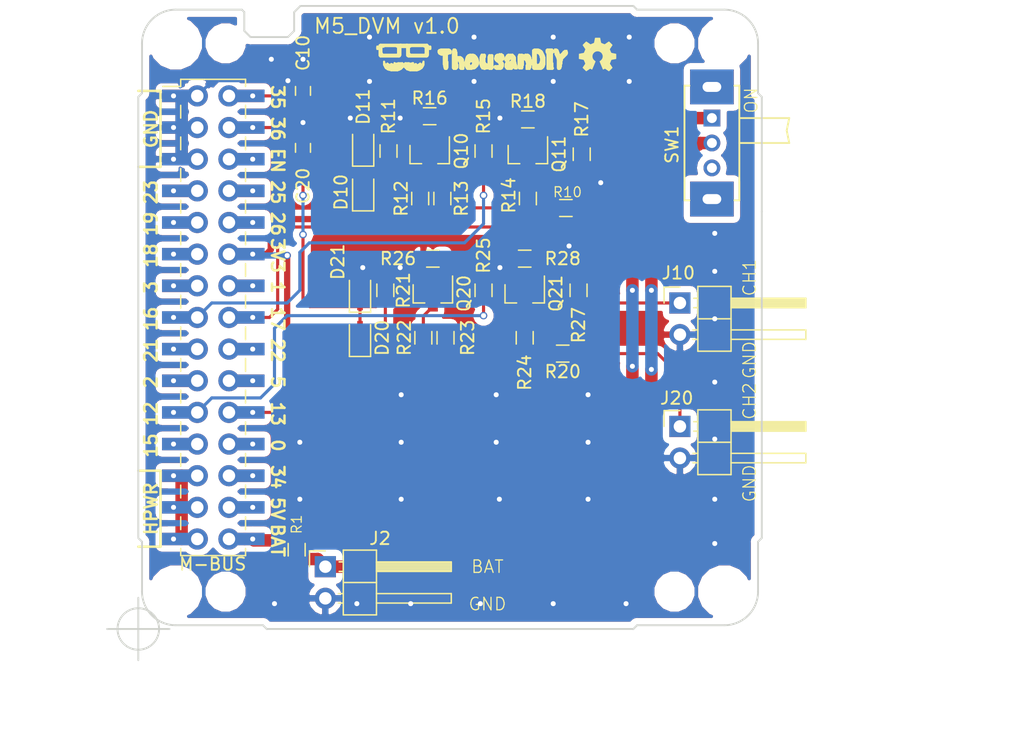
<source format=kicad_pcb>
(kicad_pcb (version 20171130) (host pcbnew "(5.0.2)-1")
  (title_block (title "M5Stack DVM") (date 2019-01-22) (rev v1.0))
  (layers (0 F.Cu signal) (31 B.Cu signal) (34 B.Paste user) (35 F.Paste user) (36 B.SilkS user) (37 F.SilkS user) (38 B.Mask user) (39 F.Mask user) (44 Edge.Cuts user))
  (net 0 "")
  (net 1 GND)
  (net 2 "Net-(J1-Pad8)")
  (net 3 "Net-(J1-Pad10)")
  (net 4 "Net-(J1-Pad13)")
  (net 5 "Net-(J1-Pad14)")
  (net 6 "Net-(J1-Pad17)")
  (net 7 "Net-(J1-Pad18)")
  (net 8 "Net-(J1-Pad19)")
  (net 9 "Net-(J1-Pad23)")
  (net 10 "Net-(J1-Pad24)")
  (net 11 "Net-(J1-Pad25)")
  (net 12 "Net-(J1-Pad30)")
  (net 13 +3V3)
  (net 14 "Net-(J1-Pad11)")
  (net 15 "Net-(J1-Pad9)")
  (net 16 "Net-(J1-Pad7)")
  (net 17 "Net-(J1-Pad6)")
  (net 18 "Net-(J1-Pad20)")
  (net 19 "Net-(J1-Pad28)")
  (net 20 "Net-(J1-Pad26)")
  (net 21 "Net-(J2-Pad1)")
  (net 22 ADC1)
  (net 23 ADC2)
  (net 24 RNG4)
  (net 25 RNG3)
  (net 26 RNG2)
  (net 27 RNG1)
  (net 28 "Net-(J10-Pad1)")
  (net 29 "Net-(J20-Pad1)")
  (net 30 "Net-(Q10-Pad3)")
  (net 31 "Net-(Q10-Pad1)")
  (net 32 "Net-(Q11-Pad1)")
  (net 33 "Net-(Q11-Pad3)")
  (net 34 "Net-(Q20-Pad3)")
  (net 35 "Net-(Q20-Pad1)")
  (net 36 "Net-(Q21-Pad1)")
  (net 37 "Net-(Q21-Pad3)")
  (module footprint:Pin_Header_MBUS_SMD_TH (layer F.Cu) (at 110 108)
    (fp_text reference J1 hide)
    (fp_text value M-BUS)
    (pad 30 thru_hole circle (at 1.27 17.78) (size 1.7 1.7) (drill 1) (layers *.Cu *.Mask) (net 12 "Net-(J1-Pad30)"))
    (pad 29 thru_hole circle (at -1.27 17.78) (size 1.7 1.7) (drill 1) (layers *.Cu *.Mask) (net 11 "Net-(J1-Pad25)"))
    (pad 28 thru_hole circle (at 1.27 15.24) (size 1.7 1.7) (drill 1) (layers *.Cu *.Mask) (net 19 "Net-(J1-Pad28)"))
    (pad 27 thru_hole circle (at -1.27 15.24) (size 1.7 1.7) (drill 1) (layers *.Cu *.Mask) (net 11 "Net-(J1-Pad25)"))
    (pad 26 thru_hole circle (at 1.27 12.7) (size 1.7 1.7) (drill 1) (layers *.Cu *.Mask) (net 20 "Net-(J1-Pad26)"))
    (pad 25 thru_hole circle (at -1.27 12.7) (size 1.7 1.7) (drill 1) (layers *.Cu *.Mask) (net 11 "Net-(J1-Pad25)"))
    (pad 24 thru_hole circle (at 1.27 10.16) (size 1.7 1.7) (drill 1) (layers *.Cu *.Mask) (net 10 "Net-(J1-Pad24)"))
    (pad 23 thru_hole circle (at -1.27 10.16) (size 1.7 1.7) (drill 1) (layers *.Cu *.Mask) (net 9 "Net-(J1-Pad23)"))
    (pad 22 thru_hole circle (at 1.27 7.62) (size 1.7 1.7) (drill 1) (layers *.Cu *.Mask) (net 24 RNG4))
    (pad 21 thru_hole circle (at -1.27 7.62) (size 1.7 1.7) (drill 1) (layers *.Cu *.Mask) (net 25 RNG3))
    (pad 20 thru_hole circle (at 1.27 5.08) (size 1.7 1.7) (drill 1) (layers *.Cu *.Mask) (net 18 "Net-(J1-Pad20)"))
    (pad 19 thru_hole circle (at -1.27 5.08) (size 1.7 1.7) (drill 1) (layers *.Cu *.Mask) (net 8 "Net-(J1-Pad19)"))
    (pad 18 thru_hole circle (at 1.27 2.54) (size 1.7 1.7) (drill 1) (layers *.Cu *.Mask) (net 7 "Net-(J1-Pad18)"))
    (pad 17 thru_hole circle (at -1.27 2.54) (size 1.7 1.7) (drill 1) (layers *.Cu *.Mask) (net 6 "Net-(J1-Pad17)"))
    (pad 16 thru_hole circle (at 1.27 0) (size 1.7 1.7) (drill 1) (layers *.Cu *.Mask) (net 26 RNG2))
    (pad 15 thru_hole circle (at -1.27 0) (size 1.7 1.7) (drill 1) (layers *.Cu *.Mask) (net 27 RNG1))
    (pad 14 thru_hole circle (at 1.27 -2.54) (size 1.7 1.7) (drill 1) (layers *.Cu *.Mask) (net 5 "Net-(J1-Pad14)"))
    (pad 13 thru_hole circle (at -1.27 -2.54) (size 1.7 1.7) (drill 1) (layers *.Cu *.Mask) (net 4 "Net-(J1-Pad13)"))
    (pad 12 thru_hole circle (at 1.27 -5.08) (size 1.7 1.7) (drill 1) (layers *.Cu *.Mask) (net 13 +3V3))
    (pad 11 thru_hole circle (at -1.27 -5.08) (size 1.7 1.7) (drill 1) (layers *.Cu *.Mask) (net 14 "Net-(J1-Pad11)"))
    (pad 10 thru_hole circle (at 1.27 -7.62) (size 1.7 1.7) (drill 1) (layers *.Cu *.Mask) (net 3 "Net-(J1-Pad10)"))
    (pad 9 thru_hole circle (at -1.27 -7.62) (size 1.7 1.7) (drill 1) (layers *.Cu *.Mask) (net 15 "Net-(J1-Pad9)"))
    (pad 8 thru_hole circle (at 1.27 -10.16) (size 1.7 1.7) (drill 1) (layers *.Cu *.Mask) (net 2 "Net-(J1-Pad8)"))
    (pad 7 thru_hole circle (at -1.27 -10.16) (size 1.7 1.7) (drill 1) (layers *.Cu *.Mask) (net 16 "Net-(J1-Pad7)"))
    (pad 6 thru_hole circle (at 1.27 -12.7) (size 1.7 1.7) (drill 1) (layers *.Cu *.Mask) (net 17 "Net-(J1-Pad6)"))
    (pad 5 thru_hole circle (at -1.27 -12.7) (size 1.7 1.7) (drill 1) (layers *.Cu *.Mask) (net 1 GND))
    (pad 4 thru_hole circle (at 1.27 -15.24) (size 1.7 1.7) (drill 1) (layers *.Cu *.Mask) (net 23 ADC2))
    (pad 3 thru_hole circle (at -1.27 -15.24) (size 1.7 1.7) (drill 1) (layers *.Cu *.Mask) (net 1 GND))
    (pad 2 thru_hole circle (at 1.27 -17.78) (size 1.7 1.7) (drill 1) (layers *.Cu *.Mask) (net 22 ADC1))
    (pad 1 thru_hole circle (at -1.27 -17.78) (size 1.7 1.7) (drill 1) (layers *.Cu *.Mask) (net 1 GND))
    (pad "" np_thru_hole circle (at 0 -16.51) (size 1 1) (drill 1) (layers *.Cu *.Mask))
    (pad 30 thru_hole circle (at 3.175 17.78) (size 0.8 0.8) (drill 0.4) (layers *.Cu *.Mask) (net 12 "Net-(J1-Pad30)"))
    (pad 28 thru_hole circle (at 3.175 15.24) (size 0.8 0.8) (drill 0.4) (layers *.Cu *.Mask) (net 19 "Net-(J1-Pad28)"))
    (pad 26 thru_hole circle (at 3.175 12.7) (size 0.8 0.8) (drill 0.4) (layers *.Cu *.Mask) (net 20 "Net-(J1-Pad26)"))
    (pad 24 thru_hole circle (at 3.175 10.16) (size 0.8 0.8) (drill 0.4) (layers *.Cu *.Mask) (net 10 "Net-(J1-Pad24)"))
    (pad 22 thru_hole circle (at 3.175 7.62) (size 0.8 0.8) (drill 0.4) (layers *.Cu *.Mask) (net 24 RNG4))
    (pad 20 thru_hole circle (at 3.175 5.08) (size 0.8 0.8) (drill 0.4) (layers *.Cu *.Mask) (net 18 "Net-(J1-Pad20)"))
    (pad 18 thru_hole circle (at 3.175 2.54) (size 0.8 0.8) (drill 0.4) (layers *.Cu *.Mask) (net 7 "Net-(J1-Pad18)"))
    (pad 16 thru_hole circle (at 3.175 0) (size 0.8 0.8) (drill 0.4) (layers *.Cu *.Mask) (net 26 RNG2))
    (pad 14 thru_hole circle (at 3.175 -2.54) (size 0.8 0.8) (drill 0.4) (layers *.Cu *.Mask) (net 5 "Net-(J1-Pad14)"))
    (pad 12 thru_hole circle (at 3.175 -5.08) (size 0.8 0.8) (drill 0.4) (layers *.Cu *.Mask) (net 13 +3V3))
    (pad 10 thru_hole circle (at 3.175 -7.62) (size 0.8 0.8) (drill 0.4) (layers *.Cu *.Mask) (net 3 "Net-(J1-Pad10)"))
    (pad 8 thru_hole circle (at 3.175 -10.16) (size 0.8 0.8) (drill 0.4) (layers *.Cu *.Mask) (net 2 "Net-(J1-Pad8)"))
    (pad 6 thru_hole circle (at 3.175 -12.7) (size 0.8 0.8) (drill 0.4) (layers *.Cu *.Mask) (net 17 "Net-(J1-Pad6)"))
    (pad 4 thru_hole circle (at 3.175 -15.24) (size 0.8 0.8) (drill 0.4) (layers *.Cu *.Mask) (net 23 ADC2))
    (pad 2 thru_hole circle (at 3.175 -17.78) (size 0.8 0.8) (drill 0.4) (layers *.Cu *.Mask) (net 22 ADC1))
    (pad 29 thru_hole circle (at -3.175 17.78) (size 0.8 0.8) (drill 0.4) (layers *.Cu *.Mask) (net 11 "Net-(J1-Pad25)"))
    (pad 27 thru_hole circle (at -3.175 15.24) (size 0.8 0.8) (drill 0.4) (layers *.Cu *.Mask) (net 11 "Net-(J1-Pad25)"))
    (pad 25 thru_hole circle (at -3.175 12.7) (size 0.8 0.8) (drill 0.4) (layers *.Cu *.Mask) (net 11 "Net-(J1-Pad25)"))
    (pad 23 thru_hole circle (at -3.175 10.16) (size 0.8 0.8) (drill 0.4) (layers *.Cu *.Mask) (net 9 "Net-(J1-Pad23)"))
    (pad 21 thru_hole circle (at -3.175 7.62) (size 0.8 0.8) (drill 0.4) (layers *.Cu *.Mask) (net 25 RNG3))
    (pad 19 thru_hole circle (at -3.175 5.08) (size 0.8 0.8) (drill 0.4) (layers *.Cu *.Mask) (net 8 "Net-(J1-Pad19)"))
    (pad 17 thru_hole circle (at -3.175 2.54) (size 0.8 0.8) (drill 0.4) (layers *.Cu *.Mask) (net 6 "Net-(J1-Pad17)"))
    (pad 15 thru_hole circle (at -3.175 0) (size 0.8 0.8) (drill 0.4) (layers *.Cu *.Mask) (net 27 RNG1))
    (pad 13 thru_hole circle (at -3.175 -2.54) (size 0.8 0.8) (drill 0.4) (layers *.Cu *.Mask) (net 4 "Net-(J1-Pad13)"))
    (pad 11 thru_hole circle (at -3.175 -5.08) (size 0.8 0.8) (drill 0.4) (layers *.Cu *.Mask) (net 14 "Net-(J1-Pad11)"))
    (pad 9 thru_hole circle (at -3.175 -7.62) (size 0.8 0.8) (drill 0.4) (layers *.Cu *.Mask) (net 15 "Net-(J1-Pad9)"))
    (pad 7 thru_hole circle (at -3.175 -10.16) (size 0.8 0.8) (drill 0.4) (layers *.Cu *.Mask) (net 16 "Net-(J1-Pad7)"))
    (pad 5 thru_hole circle (at -3.175 -12.7) (size 0.8 0.8) (drill 0.4) (layers *.Cu *.Mask) (net 1 GND))
    (pad 3 thru_hole circle (at -3.175 -15.24) (size 0.8 0.8) (drill 0.4) (layers *.Cu *.Mask) (net 1 GND))
    (pad 30 smd rect (at 2.555 17.78) (size 3.15 1) (layers B.Cu B.Paste B.Mask) (net 12 "Net-(J1-Pad30)"))
    (pad 29 smd rect (at -2.525 17.78) (size 3.15 1) (layers B.Cu B.Paste B.Mask) (net 11 "Net-(J1-Pad25)"))
    (pad 28 smd rect (at 2.555 15.24) (size 3.15 1) (layers B.Cu B.Paste B.Mask) (net 19 "Net-(J1-Pad28)"))
    (pad 27 smd rect (at -2.525 15.24) (size 3.15 1) (layers B.Cu B.Paste B.Mask) (net 11 "Net-(J1-Pad25)"))
    (pad 26 smd rect (at 2.555 12.7) (size 3.15 1) (layers B.Cu B.Paste B.Mask) (net 20 "Net-(J1-Pad26)"))
    (pad 25 smd rect (at -2.525 12.7) (size 3.15 1) (layers B.Cu B.Paste B.Mask) (net 11 "Net-(J1-Pad25)"))
    (pad 24 smd rect (at 2.555 10.16) (size 3.15 1) (layers B.Cu B.Paste B.Mask) (net 10 "Net-(J1-Pad24)"))
    (pad 23 smd rect (at -2.525 10.16) (size 3.15 1) (layers B.Cu B.Paste B.Mask) (net 9 "Net-(J1-Pad23)"))
    (pad 22 smd rect (at 2.555 7.62) (size 3.15 1) (layers B.Cu B.Paste B.Mask) (net 24 RNG4))
    (pad 21 smd rect (at -2.525 7.62) (size 3.15 1) (layers B.Cu B.Paste B.Mask) (net 25 RNG3))
    (pad 20 smd rect (at 2.555 5.08) (size 3.15 1) (layers B.Cu B.Paste B.Mask) (net 18 "Net-(J1-Pad20)"))
    (pad 19 smd rect (at -2.525 5.08) (size 3.15 1) (layers B.Cu B.Paste B.Mask) (net 8 "Net-(J1-Pad19)"))
    (pad 18 smd rect (at 2.555 2.54) (size 3.15 1) (layers B.Cu B.Paste B.Mask) (net 7 "Net-(J1-Pad18)"))
    (pad 17 smd rect (at -2.525 2.54) (size 3.15 1) (layers B.Cu B.Paste B.Mask) (net 6 "Net-(J1-Pad17)"))
    (pad 16 smd rect (at 2.555 0) (size 3.15 1) (layers B.Cu B.Paste B.Mask) (net 26 RNG2))
    (pad 15 smd rect (at -2.525 0) (size 3.15 1) (layers B.Cu B.Paste B.Mask) (net 27 RNG1))
    (pad 14 smd rect (at 2.555 -2.54) (size 3.15 1) (layers B.Cu B.Paste B.Mask) (net 5 "Net-(J1-Pad14)"))
    (pad 13 smd rect (at -2.525 -2.54) (size 3.15 1) (layers B.Cu B.Paste B.Mask) (net 4 "Net-(J1-Pad13)"))
    (pad 12 smd rect (at 2.555 -5.08) (size 3.15 1) (layers B.Cu B.Paste B.Mask) (net 13 +3V3))
    (pad 11 smd rect (at -2.525 -5.08) (size 3.15 1) (layers B.Cu B.Paste B.Mask) (net 14 "Net-(J1-Pad11)"))
    (pad 10 smd rect (at 2.555 -7.62) (size 3.15 1) (layers B.Cu B.Paste B.Mask) (net 3 "Net-(J1-Pad10)"))
    (pad 9 smd rect (at -2.525 -7.62) (size 3.15 1) (layers B.Cu B.Paste B.Mask) (net 15 "Net-(J1-Pad9)"))
    (pad 8 smd rect (at 2.555 -10.16) (size 3.15 1) (layers B.Cu B.Paste B.Mask) (net 2 "Net-(J1-Pad8)"))
    (pad 7 smd rect (at -2.525 -10.16) (size 3.15 1) (layers B.Cu B.Paste B.Mask) (net 16 "Net-(J1-Pad7)"))
    (pad 6 smd rect (at 2.555 -12.7) (size 3.15 1) (layers B.Cu B.Paste B.Mask) (net 17 "Net-(J1-Pad6)"))
    (pad 5 smd rect (at -2.525 -12.7) (size 3.15 1) (layers B.Cu B.Paste B.Mask) (net 1 GND))
    (pad 4 smd rect (at 2.555 -15.24) (size 3.15 1) (layers B.Cu B.Paste B.Mask) (net 23 ADC2))
    (pad 3 smd rect (at -2.525 -15.24) (size 3.15 1) (layers B.Cu B.Paste B.Mask) (net 1 GND))
    (pad 2 smd rect (at 2.555 -17.78) (size 3.15 1) (layers B.Cu B.Paste B.Mask) (net 22 ADC1))
    (pad 30 smd rect (at 2.525 17.78) (size 3.15 1) (layers F.Cu F.Paste F.Mask) (net 12 "Net-(J1-Pad30)"))
    (pad 29 smd rect (at -2.525 17.78) (size 3.15 1) (layers F.Cu F.Paste F.Mask) (net 11 "Net-(J1-Pad25)"))
    (pad 28 smd rect (at 2.525 15.24) (size 3.15 1) (layers F.Cu F.Paste F.Mask) (net 19 "Net-(J1-Pad28)"))
    (pad 27 smd rect (at -2.525 15.24) (size 3.15 1) (layers F.Cu F.Paste F.Mask) (net 11 "Net-(J1-Pad25)"))
    (pad 26 smd rect (at 2.525 12.7) (size 3.15 1) (layers F.Cu F.Paste F.Mask) (net 20 "Net-(J1-Pad26)"))
    (pad 25 smd rect (at -2.525 12.7) (size 3.15 1) (layers F.Cu F.Paste F.Mask) (net 11 "Net-(J1-Pad25)"))
    (pad 24 smd rect (at 2.525 10.16) (size 3.15 1) (layers F.Cu F.Paste F.Mask) (net 10 "Net-(J1-Pad24)"))
    (pad 23 smd rect (at -2.525 10.16) (size 3.15 1) (layers F.Cu F.Paste F.Mask) (net 9 "Net-(J1-Pad23)"))
    (pad 22 smd rect (at 2.525 7.62) (size 3.15 1) (layers F.Cu F.Paste F.Mask) (net 24 RNG4))
    (pad 21 smd rect (at -2.525 7.62) (size 3.15 1) (layers F.Cu F.Paste F.Mask) (net 25 RNG3))
    (pad 20 smd rect (at 2.525 5.08) (size 3.15 1) (layers F.Cu F.Paste F.Mask) (net 18 "Net-(J1-Pad20)"))
    (pad 19 smd rect (at -2.525 5.08) (size 3.15 1) (layers F.Cu F.Paste F.Mask) (net 8 "Net-(J1-Pad19)"))
    (pad 18 smd rect (at 2.525 2.54) (size 3.15 1) (layers F.Cu F.Paste F.Mask) (net 7 "Net-(J1-Pad18)"))
    (pad 17 smd rect (at -2.525 2.54) (size 3.15 1) (layers F.Cu F.Paste F.Mask) (net 6 "Net-(J1-Pad17)"))
    (pad 16 smd rect (at 2.525 0) (size 3.15 1) (layers F.Cu F.Paste F.Mask) (net 26 RNG2))
    (pad 15 smd rect (at -2.525 0) (size 3.15 1) (layers F.Cu F.Paste F.Mask) (net 27 RNG1))
    (pad 14 smd rect (at 2.525 -2.54) (size 3.15 1) (layers F.Cu F.Paste F.Mask) (net 5 "Net-(J1-Pad14)"))
    (pad 13 smd rect (at -2.525 -2.54) (size 3.15 1) (layers F.Cu F.Paste F.Mask) (net 4 "Net-(J1-Pad13)"))
    (pad 12 smd rect (at 2.525 -5.08) (size 3.15 1) (layers F.Cu F.Paste F.Mask) (net 13 +3V3))
    (pad 10 smd rect (at 2.525 -7.62) (size 3.15 1) (layers F.Cu F.Paste F.Mask) (net 3 "Net-(J1-Pad10)"))
    (pad 8 smd rect (at 2.525 -10.16) (size 3.15 1) (layers F.Cu F.Paste F.Mask) (net 2 "Net-(J1-Pad8)"))
    (pad 6 smd rect (at 2.525 -12.7) (size 3.15 1) (layers F.Cu F.Paste F.Mask) (net 17 "Net-(J1-Pad6)"))
    (pad 4 smd rect (at 2.525 -15.24) (size 3.15 1) (layers F.Cu F.Paste F.Mask) (net 23 ADC2))
    (pad 2 smd rect (at 2.525 -17.78) (size 3.15 1) (layers F.Cu F.Paste F.Mask) (net 22 ADC1))
    (pad 1 thru_hole circle (at -3.175 -17.78) (size 0.8 0.8) (drill 0.4) (layers *.Cu *.Mask) (net 1 GND))
    (pad 3 smd rect (at -2.525 -15.24) (size 3.15 1) (layers F.Cu F.Paste F.Mask) (net 1 GND))
    (pad 5 smd rect (at -2.525 -12.7) (size 3.15 1) (layers F.Cu F.Paste F.Mask) (net 1 GND))
    (pad 7 smd rect (at -2.525 -10.16) (size 3.15 1) (layers F.Cu F.Paste F.Mask) (net 16 "Net-(J1-Pad7)"))
    (pad 9 smd rect (at -2.525 -7.62) (size 3.15 1) (layers F.Cu F.Paste F.Mask) (net 15 "Net-(J1-Pad9)"))
    (pad 11 smd rect (at -2.525 -5.08) (size 3.15 1) (layers F.Cu F.Paste F.Mask) (net 14 "Net-(J1-Pad11)"))
    (pad 1 smd rect (at -2.525 -17.78) (size 3.15 1) (layers F.Cu F.Paste F.Mask) (net 1 GND))
    (pad 1 smd rect (at -2.525 -17.78) (size 3.15 1) (layers B.Cu B.Paste B.Mask) (net 1 GND))
    (pad "" np_thru_hole circle (at 0 -13.97) (size 0.8 0.8) (drill 0.8) (layers *.Cu *.Mask))
    (pad "" np_thru_hole circle (at 0 16.51) (size 1 1) (drill 1) (layers *.Cu *.Mask))
    (pad "" np_thru_hole circle (at 0 13.97) (size 0.8 0.8) (drill 0.8) (layers *.Cu *.Mask))
  )
  (module Mounting_Holes:MountingHole_3.2mm_M3 (layer F.Cu) (at 151 86)
    (fp_text reference MK3 hide)
    (fp_text value Mounting_Hole)
    (pad 1 np_thru_hole circle (at 0 0) (size 3.2 3.2) (drill 3.2) (layers *.Cu *.Mask))
  )
  (module Mounting_Holes:MountingHole_3.2mm_M3 (layer F.Cu) (at 107 130)
    (fp_text reference MK1 hide)
    (fp_text value Mounting_Hole)
    (pad 1 np_thru_hole circle (at 0 0) (size 3.2 3.2) (drill 3.2) (layers *.Cu *.Mask))
  )
  (module Mounting_Holes:MountingHole_3.2mm_M3 (layer F.Cu) (at 107 86)
    (fp_text reference MK2 hide)
    (fp_text value Mounting_Hole)
    (pad 1 np_thru_hole circle (at 0 0) (size 3.2 3.2) (drill 3.2) (layers *.Cu *.Mask))
  )
  (module Mounting_Holes:MountingHole_3.2mm_M3 (layer F.Cu) (at 151 130)
    (fp_text reference MK4 hide)
    (fp_text value Mounting_Hole)
    (pad 1 np_thru_hole circle (at 0 0) (size 3.2 3.2) (drill 3.2) (layers *.Cu *.Mask))
  )
  (module Mounting_Holes:MountingHole_2.2mm_M2 (layer F.Cu) (at 111 130)
    (fp_text reference MK5 hide)
    (fp_text value Mounting_Hole)
    (pad 1 np_thru_hole circle (at 0 0) (size 2.2 2.2) (drill 2.2) (layers *.Cu *.Mask))
  )
  (module Mounting_Holes:MountingHole_2.2mm_M2 (layer F.Cu) (at 111 86)
    (fp_text reference MK6 hide)
    (fp_text value Mounting_Hole)
    (pad 1 np_thru_hole circle (at 0 0) (size 2.2 2.2) (drill 2.2) (layers *.Cu *.Mask))
  )
  (module Mounting_Holes:MountingHole_2.2mm_M2 (layer F.Cu) (at 147 86)
    (fp_text reference MK7 hide)
    (fp_text value Mounting_Hole)
    (pad 1 np_thru_hole circle (at 0 0) (size 2.2 2.2) (drill 2.2) (layers *.Cu *.Mask))
  )
  (module Mounting_Holes:MountingHole_2.2mm_M2 (layer F.Cu) (at 147 130)
    (fp_text reference MK8 hide)
    (fp_text value Mounting_Hole)
    (pad 1 np_thru_hole circle (at 0 0) (size 2.2 2.2) (drill 2.2) (layers *.Cu *.Mask))
  )
  (module Resistors_SMD:R_0603 (layer F.Cu) (at 116.7 126.638 90)
    (fp_text reference R1 (at 2.032 0 90) (layer F.SilkS) (effects (font (size 0.8 0.8) (thickness 0.1))))
    (fp_text value DNP)
    (pad 1 smd rect (at -0.75 0 90) (size 0.5 0.9) (layers F.Cu F.Paste F.Mask) (net 21 "Net-(J2-Pad1)"))
    (pad 2 smd rect (at 0.75 0 90) (size 0.5 0.9) (layers F.Cu F.Paste F.Mask) (net 12 "Net-(J1-Pad30)"))
  )
  (module Resistors_SMD:R_0603 (layer F.Cu) (at 138.29 99.218 180)
    (fp_text reference R10 (at -0.127 1.27 180) (layer F.SilkS) (effects (font (size 0.8 0.8) (thickness 0.1))))
    (fp_text value 100k)
    (pad 2 smd rect (at 0.75 0 180) (size 0.5 0.9) (layers F.Cu F.Paste F.Mask) (net 22 ADC1))
    (pad 1 smd rect (at -0.75 0 180) (size 0.5 0.9) (layers F.Cu F.Paste F.Mask) (net 28 "Net-(J10-Pad1)"))
  )
  (module Pin_Headers:Pin_Header_Angled_1x02_Pitch2.54mm (layer F.Cu) (at 119 128)
    (fp_text reference J2 (at 4.385 -2.27) (layer F.SilkS))
    (fp_text value BAT)
    (pad 2 thru_hole oval (at 0 2.54) (size 1.7 1.7) (drill 1) (layers *.Cu *.Mask) (net 1 GND))
    (pad 1 thru_hole rect (at 0 0) (size 1.7 1.7) (drill 1) (layers *.Cu *.Mask) (net 21 "Net-(J2-Pad1)"))
  )
  (module Resistors_SMD:R_0603 (layer F.Cu) (at 124.066 94.646 270)
    (fp_text reference R11 (at -2.794 0 270) (layer F.SilkS))
    (fp_text value 300k)
    (pad 2 smd rect (at 0.75 0 270) (size 0.5 0.9) (layers F.Cu F.Paste F.Mask) (net 22 ADC1))
    (pad 1 smd rect (at -0.75 0 270) (size 0.5 0.9) (layers F.Cu F.Paste F.Mask) (net 1 GND))
  )
  (module Resistors_SMD:R_0603 (layer F.Cu) (at 126.606 98.456 270)
    (fp_text reference R12 (at 0 1.524 270) (layer F.SilkS))
    (fp_text value 100k)
    (pad 1 smd rect (at -0.75 0 270) (size 0.5 0.9) (layers F.Cu F.Paste F.Mask) (net 30 "Net-(Q10-Pad3)"))
    (pad 2 smd rect (at 0.75 0 270) (size 0.5 0.9) (layers F.Cu F.Paste F.Mask) (net 22 ADC1))
  )
  (module Resistors_SMD:R_0603 (layer F.Cu) (at 128.384 98.456 270)
    (fp_text reference R13 (at 0 -1.524 270) (layer F.SilkS))
    (fp_text value 100k)
    (pad 2 smd rect (at 0.75 0 270) (size 0.5 0.9) (layers F.Cu F.Paste F.Mask) (net 22 ADC1))
    (pad 1 smd rect (at -0.75 0 270) (size 0.5 0.9) (layers F.Cu F.Paste F.Mask) (net 30 "Net-(Q10-Pad3)"))
  )
  (module Capacitors_SMD:C_0603 (layer F.Cu) (at 117.208 89.82 90)
    (fp_text reference C10 (at 3.048 0 90) (layer F.SilkS))
    (fp_text value DNP)
    (pad 2 smd rect (at 0.75 0 90) (size 0.8 0.75) (layers F.Cu F.Paste F.Mask) (net 1 GND))
    (pad 1 smd rect (at -0.75 0 90) (size 0.8 0.75) (layers F.Cu F.Paste F.Mask) (net 22 ADC1))
  )
  (module Capacitors_SMD:C_0603 (layer F.Cu) (at 117.208 94.392 90)
    (fp_text reference C20 (at -3.048 0 90) (layer F.SilkS))
    (fp_text value DNP)
    (pad 1 smd rect (at -0.75 0 90) (size 0.8 0.75) (layers F.Cu F.Paste F.Mask) (net 23 ADC2))
    (pad 2 smd rect (at 0.75 0 90) (size 0.8 0.75) (layers F.Cu F.Paste F.Mask) (net 1 GND))
  )
  (module Diodes_SMD:D_SOD-323 (layer F.Cu) (at 122.034 97.948 90)
    (fp_text reference D10 (at 0 -1.778 90) (layer F.SilkS))
    (fp_text value 1N4148)
    (pad 1 smd rect (at -1.05 0 90) (size 0.6 0.45) (layers F.Cu F.Paste F.Mask) (net 13 +3V3))
    (pad 2 smd rect (at 1.05 0 90) (size 0.6 0.45) (layers F.Cu F.Paste F.Mask) (net 22 ADC1))
  )
  (module Diodes_SMD:D_SOD-323 (layer F.Cu) (at 122.034 94.358 90)
    (fp_text reference D11 (at 3.268 0 90) (layer F.SilkS))
    (fp_text value 1N4148)
    (pad 2 smd rect (at 1.05 0 90) (size 0.6 0.45) (layers F.Cu F.Paste F.Mask) (net 1 GND))
    (pad 1 smd rect (at -1.05 0 90) (size 0.6 0.45) (layers F.Cu F.Paste F.Mask) (net 22 ADC1))
  )
  (module Diodes_SMD:D_SOD-323 (layer F.Cu) (at 121.78 109.632 90)
    (fp_text reference D20 (at 0 1.778 90) (layer F.SilkS))
    (fp_text value 1N4148)
    (pad 2 smd rect (at 1.05 0 90) (size 0.6 0.45) (layers F.Cu F.Paste F.Mask) (net 23 ADC2))
    (pad 1 smd rect (at -1.05 0 90) (size 0.6 0.45) (layers F.Cu F.Paste F.Mask) (net 13 +3V3))
  )
  (module Diodes_SMD:D_SOD-323 (layer F.Cu) (at 121.78 106.076 90)
    (fp_text reference D21 (at 2.54 -1.778 90) (layer F.SilkS))
    (fp_text value 1N4148)
    (pad 1 smd rect (at -1.05 0 90) (size 0.6 0.45) (layers F.Cu F.Paste F.Mask) (net 23 ADC2))
    (pad 2 smd rect (at 1.05 0 90) (size 0.6 0.45) (layers F.Cu F.Paste F.Mask) (net 1 GND))
  )
  (module Pin_Headers:Pin_Header_Angled_1x02_Pitch2.54mm (layer F.Cu) (at 147.434 106.838)
    (fp_text reference J10 (at -0.127 -2.413) (layer F.SilkS))
    (fp_text value INPUT1)
    (pad 2 thru_hole oval (at 0 2.54) (size 1.7 1.7) (drill 1) (layers *.Cu *.Mask) (net 1 GND))
    (pad 1 thru_hole rect (at 0 0) (size 1.7 1.7) (drill 1) (layers *.Cu *.Mask) (net 28 "Net-(J10-Pad1)"))
  )
  (module Pin_Headers:Pin_Header_Angled_1x02_Pitch2.54mm (layer F.Cu) (at 147.434 116.744)
    (fp_text reference J20 (at -0.254 -2.27) (layer F.SilkS))
    (fp_text value INPUT2)
    (pad 1 thru_hole rect (at 0 0) (size 1.7 1.7) (drill 1) (layers *.Cu *.Mask) (net 29 "Net-(J20-Pad1)"))
    (pad 2 thru_hole oval (at 0 2.54) (size 1.7 1.7) (drill 1) (layers *.Cu *.Mask) (net 1 GND))
  )
  (module TO_SOT_Packages_SMD:SOT-23 (layer F.Cu) (at 127.368 94.9 270)
    (fp_text reference Q10 (at -0.254 -2.54 270) (layer F.SilkS))
    (fp_text value BSS138)
    (pad 3 smd rect (at 1 0 270) (size 0.9 0.8) (layers F.Cu F.Paste F.Mask) (net 30 "Net-(Q10-Pad3)"))
    (pad 2 smd rect (at -1 0.95 270) (size 0.9 0.8) (layers F.Cu F.Paste F.Mask) (net 1 GND))
    (pad 1 smd rect (at -1 -0.95 270) (size 0.9 0.8) (layers F.Cu F.Paste F.Mask) (net 31 "Net-(Q10-Pad1)"))
  )
  (module TO_SOT_Packages_SMD:SOT-23 (layer F.Cu) (at 135.242 94.9 270)
    (fp_text reference Q11 (at 0 -2.5 270) (layer F.SilkS))
    (fp_text value BSS138)
    (pad 1 smd rect (at -1 -0.95 270) (size 0.9 0.8) (layers F.Cu F.Paste F.Mask) (net 32 "Net-(Q11-Pad1)"))
    (pad 2 smd rect (at -1 0.95 270) (size 0.9 0.8) (layers F.Cu F.Paste F.Mask) (net 1 GND))
    (pad 3 smd rect (at 1 0 270) (size 0.9 0.8) (layers F.Cu F.Paste F.Mask) (net 33 "Net-(Q11-Pad3)"))
  )
  (module TO_SOT_Packages_SMD:SOT-23 (layer F.Cu) (at 127.622 106.076 270)
    (fp_text reference Q20 (at 0 -2.5 270) (layer F.SilkS))
    (fp_text value BSS138)
    (pad 3 smd rect (at 1 0 270) (size 0.9 0.8) (layers F.Cu F.Paste F.Mask) (net 34 "Net-(Q20-Pad3)"))
    (pad 2 smd rect (at -1 0.95 270) (size 0.9 0.8) (layers F.Cu F.Paste F.Mask) (net 1 GND))
    (pad 1 smd rect (at -1 -0.95 270) (size 0.9 0.8) (layers F.Cu F.Paste F.Mask) (net 35 "Net-(Q20-Pad1)"))
  )
  (module TO_SOT_Packages_SMD:SOT-23 (layer F.Cu) (at 134.988 106.076 270)
    (fp_text reference Q21 (at 0 -2.5 270) (layer F.SilkS))
    (fp_text value BSS138)
    (pad 1 smd rect (at -1 -0.95 270) (size 0.9 0.8) (layers F.Cu F.Paste F.Mask) (net 36 "Net-(Q21-Pad1)"))
    (pad 2 smd rect (at -1 0.95 270) (size 0.9 0.8) (layers F.Cu F.Paste F.Mask) (net 1 GND))
    (pad 3 smd rect (at 1 0 270) (size 0.9 0.8) (layers F.Cu F.Paste F.Mask) (net 37 "Net-(Q21-Pad3)"))
  )
  (module Resistors_SMD:R_0603 (layer F.Cu) (at 135.242 98.456 270)
    (fp_text reference R14 (at -0.254 1.524 270) (layer F.SilkS))
    (fp_text value 30k)
    (pad 1 smd rect (at -0.75 0 270) (size 0.5 0.9) (layers F.Cu F.Paste F.Mask) (net 33 "Net-(Q11-Pad3)"))
    (pad 2 smd rect (at 0.75 0 270) (size 0.5 0.9) (layers F.Cu F.Paste F.Mask) (net 22 ADC1))
  )
  (module Resistors_SMD:R_0603 (layer F.Cu) (at 131.686 94.646 90)
    (fp_text reference R15 (at 2.794 0 90) (layer F.SilkS))
    (fp_text value 1k)
    (pad 1 smd rect (at -0.75 0 90) (size 0.5 0.9) (layers F.Cu F.Paste F.Mask) (net 27 RNG1))
    (pad 2 smd rect (at 0.75 0 90) (size 0.5 0.9) (layers F.Cu F.Paste F.Mask) (net 31 "Net-(Q10-Pad1)"))
  )
  (module Resistors_SMD:R_0603 (layer F.Cu) (at 127.368 91.852)
    (fp_text reference R16 (at 0 -1.45) (layer F.SilkS))
    (fp_text value 10k)
    (pad 2 smd rect (at 0.75 0) (size 0.5 0.9) (layers F.Cu F.Paste F.Mask) (net 31 "Net-(Q10-Pad1)"))
    (pad 1 smd rect (at -0.75 0) (size 0.5 0.9) (layers F.Cu F.Paste F.Mask) (net 1 GND))
  )
  (module Resistors_SMD:R_0603 (layer F.Cu) (at 139.56 94.9 90)
    (fp_text reference R17 (at 2.794 0 90) (layer F.SilkS))
    (fp_text value 1k)
    (pad 2 smd rect (at 0.75 0 90) (size 0.5 0.9) (layers F.Cu F.Paste F.Mask) (net 32 "Net-(Q11-Pad1)"))
    (pad 1 smd rect (at -0.75 0 90) (size 0.5 0.9) (layers F.Cu F.Paste F.Mask) (net 26 RNG2))
  )
  (module Resistors_SMD:R_0603 (layer F.Cu) (at 135.242 92.106)
    (fp_text reference R18 (at 0 -1.45) (layer F.SilkS))
    (fp_text value 10k)
    (pad 1 smd rect (at -0.75 0) (size 0.5 0.9) (layers F.Cu F.Paste F.Mask) (net 1 GND))
    (pad 2 smd rect (at 0.75 0) (size 0.5 0.9) (layers F.Cu F.Paste F.Mask) (net 32 "Net-(Q11-Pad1)"))
  )
  (module Resistors_SMD:R_0603 (layer F.Cu) (at 138.036 110.902 180)
    (fp_text reference R20 (at 0 -1.45 180) (layer F.SilkS))
    (fp_text value 100k)
    (pad 1 smd rect (at -0.75 0 180) (size 0.5 0.9) (layers F.Cu F.Paste F.Mask) (net 29 "Net-(J20-Pad1)"))
    (pad 2 smd rect (at 0.75 0 180) (size 0.5 0.9) (layers F.Cu F.Paste F.Mask) (net 23 ADC2))
  )
  (module Resistors_SMD:R_0603 (layer F.Cu) (at 123.812 105.822 270)
    (fp_text reference R21 (at 0 -1.45 270) (layer F.SilkS))
    (fp_text value 100k)
    (pad 2 smd rect (at 0.75 0 270) (size 0.5 0.9) (layers F.Cu F.Paste F.Mask) (net 23 ADC2))
    (pad 1 smd rect (at -0.75 0 270) (size 0.5 0.9) (layers F.Cu F.Paste F.Mask) (net 1 GND))
  )
  (module Resistors_SMD:R_0603 (layer F.Cu) (at 126.86 109.632 270)
    (fp_text reference R22 (at 0 1.524 270) (layer F.SilkS))
    (fp_text value 100k)
    (pad 1 smd rect (at -0.75 0 270) (size 0.5 0.9) (layers F.Cu F.Paste F.Mask) (net 34 "Net-(Q20-Pad3)"))
    (pad 2 smd rect (at 0.75 0 270) (size 0.5 0.9) (layers F.Cu F.Paste F.Mask) (net 23 ADC2))
  )
  (module Resistors_SMD:R_0603 (layer F.Cu) (at 128.638 109.632 270)
    (fp_text reference R23 (at 0 -1.778 270) (layer F.SilkS))
    (fp_text value 100k)
    (pad 2 smd rect (at 0.75 0 270) (size 0.5 0.9) (layers F.Cu F.Paste F.Mask) (net 23 ADC2))
    (pad 1 smd rect (at -0.75 0 270) (size 0.5 0.9) (layers F.Cu F.Paste F.Mask) (net 34 "Net-(Q20-Pad3)"))
  )
  (module Resistors_SMD:R_0603 (layer F.Cu) (at 134.988 109.632 270)
    (fp_text reference R24 (at 2.794 0 270) (layer F.SilkS))
    (fp_text value 10k)
    (pad 1 smd rect (at -0.75 0 270) (size 0.5 0.9) (layers F.Cu F.Paste F.Mask) (net 37 "Net-(Q21-Pad3)"))
    (pad 2 smd rect (at 0.75 0 270) (size 0.5 0.9) (layers F.Cu F.Paste F.Mask) (net 23 ADC2))
  )
  (module Resistors_SMD:R_0603 (layer F.Cu) (at 131.686 105.822 90)
    (fp_text reference R25 (at 2.794 0 90) (layer F.SilkS))
    (fp_text value 1k)
    (pad 1 smd rect (at -0.75 0 90) (size 0.5 0.9) (layers F.Cu F.Paste F.Mask) (net 25 RNG3))
    (pad 2 smd rect (at 0.75 0 90) (size 0.5 0.9) (layers F.Cu F.Paste F.Mask) (net 35 "Net-(Q20-Pad1)"))
  )
  (module Resistors_SMD:R_0603 (layer F.Cu) (at 127.622 103.282)
    (fp_text reference R26 (at -2.794 0) (layer F.SilkS))
    (fp_text value 10k)
    (pad 2 smd rect (at 0.75 0) (size 0.5 0.9) (layers F.Cu F.Paste F.Mask) (net 35 "Net-(Q20-Pad1)"))
    (pad 1 smd rect (at -0.75 0) (size 0.5 0.9) (layers F.Cu F.Paste F.Mask) (net 1 GND))
  )
  (module Resistors_SMD:R_0603 (layer F.Cu) (at 139.306 105.822 90)
    (fp_text reference R27 (at -2.794 0 90) (layer F.SilkS))
    (fp_text value 1k)
    (pad 2 smd rect (at 0.75 0 90) (size 0.5 0.9) (layers F.Cu F.Paste F.Mask) (net 36 "Net-(Q21-Pad1)"))
    (pad 1 smd rect (at -0.75 0 90) (size 0.5 0.9) (layers F.Cu F.Paste F.Mask) (net 24 RNG4))
  )
  (module Resistors_SMD:R_0603 (layer F.Cu) (at 134.988 103.282)
    (fp_text reference R28 (at 3.048 0) (layer F.SilkS))
    (fp_text value 10k)
    (pad 2 smd rect (at 0.75 0) (size 0.5 0.9) (layers F.Cu F.Paste F.Mask) (net 36 "Net-(Q21-Pad1)"))
    (pad 1 smd rect (at -0.75 0) (size 0.5 0.9) (layers F.Cu F.Paste F.Mask) (net 1 GND))
  )
  (module footprint:slide_switch_angled (layer F.Cu) (at 150 92)
    (fp_text reference SW1 (at -3.201 2.138 90) (layer F.SilkS))
    (fp_text value SK-12D01-VG4)
    (pad GND thru_hole rect (at 0 6.5 90) (size 2.8 3.5) (drill oval 0.8 1.5) (layers *.Cu *.Mask))
    (pad 1 thru_hole rect (at 0 0) (size 1.35 1.35) (drill 0.8) (layers *.Cu *.Mask) (net 12 "Net-(J1-Pad30)"))
    (pad 2 thru_hole oval (at 0 2) (size 1.35 1.35) (drill 0.8) (layers *.Cu *.Mask) (net 21 "Net-(J2-Pad1)"))
    (pad 3 thru_hole oval (at 0 4) (size 1.35 1.35) (drill 0.8) (layers *.Cu *.Mask))
    (pad GND thru_hole rect (at 0 -2.5 90) (size 2.8 3.5) (drill oval 0.8 1.5) (layers *.Cu *.Mask))
  )
  (module footprint:OSHW-logo_silkscreen-front_3mm (layer F.Cu) (at 140.83 86.899)
    (fp_text reference G*** hide)
    (fp_text value OSHW-logo_silkscreen-front_3mm hide)
  )
  (module footprint:TDIY-LOGO-S (layer F.Cu) (at 122.796 88.55)
    (fp_text reference ref** hide)
    (fp_text value val** hide)
  )
  (gr_text GND (at 153.022 121.316 90) (layer F.SilkS) (effects (font (size 1 1) (thickness 0.1))))
  (gr_text GND (at 153.022 111.41 90) (layer F.SilkS) (effects (font (size 1 1) (thickness 0.1))))
  (gr_text CH2 (at 153.022 114.712 90) (layer F.SilkS) (effects (font (size 1 1) (thickness 0.1))))
  (gr_text CH1 (at 153.022 104.806 90) (layer F.SilkS) (effects (font (size 1 1) (thickness 0.1))))
  (gr_text ON (at 153.149 90.582 90) (layer F.SilkS) (effects (font (size 1 1) (thickness 0.1))))
  (gr_text "M5_DVM v1.0" (at 123.939 84.613) (layer F.SilkS) (effects (font (size 1.2 1.2))))
  (gr_line (start 154 116.5) (end 154 125.7) (angle 90) (layer Edge.Cuts) (width 0.15))
  (gr_line (start 143.7 133) (end 114.3 133) (angle 90) (layer Edge.Cuts) (width 0.15))
  (gr_line (start 144 132.7) (end 143.7 133) (angle 90) (layer Edge.Cuts) (width 0.15))
  (gr_line (start 151 132.7) (end 144 132.7) (angle 90) (layer Edge.Cuts) (width 0.15))
  (gr_line (start 153.7 126) (end 154 125.7) (angle 90) (layer Edge.Cuts) (width 0.15))
  (gr_line (start 153.7 130) (end 153.7 126) (angle 90) (layer Edge.Cuts) (width 0.15))
  (gr_arc (start 151 130) (end 153.7 130) (angle 90) (layer Edge.Cuts) (width 0.15))
  (gr_line (start 104 125.6) (end 104 90.3) (angle 90) (layer Edge.Cuts) (width 0.15))
  (gr_line (start 104.3 126) (end 104 125.7) (angle 90) (layer Edge.Cuts) (width 0.15))
  (gr_line (start 104.3 130) (end 104.3 126) (angle 90) (layer Edge.Cuts) (width 0.15))
  (gr_line (start 114 132.7) (end 114.3 133) (angle 90) (layer Edge.Cuts) (width 0.15))
  (gr_line (start 107 132.7) (end 114 132.7) (angle 90) (layer Edge.Cuts) (width 0.15))
  (gr_arc (start 107 130) (end 107 132.7) (angle 90) (layer Edge.Cuts) (width 0.15))
  (gr_line (start 104.3 90) (end 104 90.3) (angle 90) (layer Edge.Cuts) (width 0.15))
  (gr_line (start 104.3 86) (end 104.3 90) (angle 90) (layer Edge.Cuts) (width 0.15))
  (gr_line (start 112.3 83.3) (end 112.5 83.5) (angle 90) (layer Edge.Cuts) (width 0.15))
  (gr_line (start 107 83.3) (end 112.3 83.3) (angle 90) (layer Edge.Cuts) (width 0.15))
  (gr_arc (start 107 86) (end 104.3 86) (angle 90) (layer Edge.Cuts) (width 0.15))
  (gr_line (start 143.7 83) (end 117 83) (angle 90) (layer Edge.Cuts) (width 0.15))
  (gr_line (start 154 90.3) (end 154 99.5) (angle 90) (layer Edge.Cuts) (width 0.15))
  (gr_line (start 151 83.3) (end 144 83.3) (angle 90) (layer Edge.Cuts) (width 0.15))
  (gr_line (start 153.7 90) (end 154 90.3) (angle 90) (layer Edge.Cuts) (width 0.15))
  (gr_line (start 153.7 86) (end 153.7 90) (angle 90) (layer Edge.Cuts) (width 0.15))
  (gr_line (start 144 83.3) (end 143.7 83) (angle 90) (layer Edge.Cuts) (width 0.15))
  (gr_arc (start 151 86) (end 151 83.3) (angle 90) (layer Edge.Cuts) (width 0.15))
  (target plus (at 104 133) (size 5) (width 0.15) (layer Edge.Cuts))
  (gr_line (start 154 99.5) (end 154 116.5) (angle 90) (layer Edge.Cuts) (width 0.15))
  (gr_text GND (at 132 131) (layer F.SilkS) (effects (font (size 1 1) (thickness 0.1))))
  (gr_text BAT (at 132 128) (layer F.SilkS) (effects (font (size 1 1) (thickness 0.1))))
  (gr_text M-BUS (at 109.969 127.793) (layer F.SilkS) (effects (font (size 1 1))))
  (gr_text BAT (at 115.176 125.888 270) (layer F.SilkS) (effects (font (size 1 1) (thickness 0.2))))
  (gr_text 5V (at 115.176 123.348 270) (layer F.SilkS) (effects (font (size 1 1) (thickness 0.2))))
  (gr_text 34 (at 115.176 120.808 270) (layer F.SilkS) (effects (font (size 1 1) (thickness 0.2))))
  (gr_text 0 (at 115.176 118.268 270) (layer F.SilkS) (effects (font (size 1 1) (thickness 0.2))))
  (gr_text 13 (at 115.176 115.728 270) (layer F.SilkS) (effects (font (size 1 1) (thickness 0.2))))
  (gr_text 5 (at 115.176 113.188 270) (layer F.SilkS) (effects (font (size 1 1) (thickness 0.2))))
  (gr_text 22 (at 115.176 110.648 270) (layer F.SilkS) (effects (font (size 1 1) (thickness 0.2))))
  (gr_text 17 (at 115.176 108.108 270) (layer F.SilkS) (effects (font (size 1 1) (thickness 0.2))))
  (gr_text 1 (at 115.176 105.568 270) (layer F.SilkS) (effects (font (size 1 1) (thickness 0.2))))
  (gr_text 3V3 (at 115.176 103.028 270) (layer F.SilkS) (effects (font (size 1 1) (thickness 0.2))))
  (gr_text 26 (at 115.176 100.488 270) (layer F.SilkS) (effects (font (size 1 1) (thickness 0.2))))
  (gr_text 25 (at 115.176 97.948 270) (layer F.SilkS) (effects (font (size 1 1) (thickness 0.2))))
  (gr_text EN (at 115.176 95.408 270) (layer F.SilkS) (effects (font (size 1 1) (thickness 0.2))))
  (gr_text 36 (at 115.176 92.868 270) (layer F.SilkS) (effects (font (size 1 1) (thickness 0.2))))
  (gr_text 35 (at 115.176 90.328 270) (layer F.SilkS) (effects (font (size 1 1) (thickness 0.2))))
  (gr_line (start 105.778 126.396) (end 104 126.396) (angle 90) (layer F.SilkS) (width 0.2))
  (gr_line (start 105.778 120.3) (end 105.778 126.396) (angle 90) (layer F.SilkS) (width 0.2))
  (gr_line (start 104 120.3) (end 105.778 120.3) (angle 90) (layer F.SilkS) (width 0.2))
  (gr_line (start 105.778 89.82) (end 105.778 95.916) (angle 90) (layer F.SilkS) (width 0.2))
  (gr_line (start 105.778 95.916) (end 104 95.916) (angle 90) (layer F.SilkS) (width 0.2))
  (gr_line (start 104 89.82) (end 105.778 89.82) (angle 90) (layer F.SilkS) (width 0.2))
  (gr_text HPWR (at 105.016 123.348 90) (layer F.SilkS) (effects (font (size 1 1) (thickness 0.2))))
  (gr_text 15 (at 105.016 118.268 90) (layer F.SilkS) (effects (font (size 1 1) (thickness 0.2))))
  (gr_text 12 (at 105.016 115.728 90) (layer F.SilkS) (effects (font (size 1 1) (thickness 0.2))))
  (gr_text 2 (at 105.016 113.188 90) (layer F.SilkS) (effects (font (size 1 1) (thickness 0.2))))
  (gr_text 21 (at 105.016 110.648 90) (layer F.SilkS) (effects (font (size 1 1) (thickness 0.2))))
  (gr_text 16 (at 105.016 108.108 90) (layer F.SilkS) (effects (font (size 1 1) (thickness 0.2))))
  (gr_text 3 (at 105.016 105.568 90) (layer F.SilkS) (effects (font (size 1 1) (thickness 0.2))))
  (gr_text 18 (at 105.016 103.028 90) (layer F.SilkS) (effects (font (size 1 1) (thickness 0.2))))
  (gr_text 19 (at 105.016 100.488 90) (layer F.SilkS) (effects (font (size 1 1) (thickness 0.2))))
  (gr_text 23 (at 105.016 97.948 90) (layer F.SilkS) (effects (font (size 1 1) (thickness 0.2))))
  (gr_text GND (at 105.016 92.868 90) (layer F.SilkS) (effects (font (size 1 1) (thickness 0.2))))
  (gr_line (start 116 85.5) (end 116.5 85) (angle 90) (layer Edge.Cuts) (width 0.15))
  (gr_line (start 112.5 85) (end 113 85.5) (angle 90) (layer Edge.Cuts) (width 0.15))
  (gr_line (start 116.5 85) (end 116.5 83.5) (angle 90) (layer Edge.Cuts) (width 0.15))
  (gr_line (start 113 85.5) (end 116 85.5) (angle 90) (layer Edge.Cuts) (width 0.15))
  (gr_line (start 112.5 83.5) (end 112.5 85) (angle 90) (layer Edge.Cuts) (width 0.15))
  (gr_line (start 116.5 83.5) (end 117 83) (angle 90) (layer Edge.Cuts) (width 0.15))
  (segment (start 107.475 95.3) (end 109.353 95.3) (width 0.25) (layer B.Cu) (net 1))
  (segment (start 107.475 92.76) (end 107.475 95.3) (width 1) (layer B.Cu) (net 1))
  (segment (start 107.475 90.22) (end 107.475 92.76) (width 1) (layer B.Cu) (net 1))
  (segment (start 107.475 92.76) (end 107.475 95.3) (width 1) (layer F.Cu) (net 1))
  (segment (start 107.475 90.22) (end 107.475 92.76) (width 1) (layer F.Cu) (net 1))
  (segment (start 107.475 90.22) (end 107.78 90.22) (width 0.25) (layer F.Cu) (net 1))
  (segment (start 117.208 93.642) (end 117.208 92.36) (width 0.25) (layer F.Cu) (net 1))
  (via (at 117.208 92.36) (size 0.6) (drill 0.4) (layers F.Cu B.Cu) (net 1))
  (via (at 116 89) (size 0.6) (drill 0.4) (layers F.Cu B.Cu) (net 1))
  (segment (start 117.208 89.07) (end 116.07 89.07) (width 0.25) (layer F.Cu) (net 1))
  (segment (start 116.07 89.07) (end 116 89) (width 0.25) (layer F.Cu) (net 1))
  (via (at 121 92) (size 0.6) (drill 0.4) (layers F.Cu B.Cu) (net 1))
  (segment (start 122.034 93.308) (end 122.034 93.034) (width 0.25) (layer F.Cu) (net 1))
  (segment (start 122.034 93.034) (end 121 92) (width 0.25) (layer F.Cu) (net 1))
  (via (at 125 92) (size 0.6) (drill 0.4) (layers F.Cu B.Cu) (net 1))
  (segment (start 126.618 91.852) (end 125.148 91.852) (width 0.25) (layer F.Cu) (net 1))
  (segment (start 125.148 91.852) (end 125 92) (width 0.25) (layer F.Cu) (net 1))
  (via (at 133 92) (size 0.6) (drill 0.4) (layers F.Cu B.Cu) (net 1))
  (segment (start 134.492 92.106) (end 133.106 92.106) (width 0.25) (layer F.Cu) (net 1))
  (segment (start 133.106 92.106) (end 133 92) (width 0.25) (layer F.Cu) (net 1))
  (via (at 122 104) (size 0.6) (drill 0.4) (layers F.Cu B.Cu) (net 1))
  (segment (start 121.78 105.026) (end 121.78 104.22) (width 0.25) (layer F.Cu) (net 1))
  (segment (start 121.78 104.22) (end 122 104) (width 0.25) (layer F.Cu) (net 1))
  (via (at 125 104) (size 0.6) (drill 0.4) (layers F.Cu B.Cu) (net 1))
  (segment (start 126.872 103.282) (end 125.718 103.282) (width 0.25) (layer F.Cu) (net 1))
  (segment (start 125.718 103.282) (end 125 104) (width 0.25) (layer F.Cu) (net 1))
  (via (at 133 104) (size 0.6) (drill 0.4) (layers F.Cu B.Cu) (net 1))
  (segment (start 134.238 103.282) (end 133.718 103.282) (width 0.25) (layer F.Cu) (net 1))
  (segment (start 133.718 103.282) (end 133 104) (width 0.25) (layer F.Cu) (net 1))
  (segment (start 109.95 89) (end 108.73 90.22) (width 0.25) (layer B.Cu) (net 1))
  (segment (start 116 89) (end 109.95 89) (width 0.25) (layer B.Cu) (net 1))
  (via (at 150.228 122.586) (size 0.6) (drill 0.4) (layers F.Cu B.Cu) (net 1))
  (via (at 150.228 113.188) (size 0.6) (drill 0.4) (layers F.Cu B.Cu) (net 1))
  (via (at 150.228 101.25) (size 0.6) (drill 0.4) (layers F.Cu B.Cu) (net 1))
  (via (at 143.37 89.058) (size 0.6) (drill 0.4) (layers F.Cu B.Cu) (net 1))
  (via (at 137.274 89.058) (size 0.6) (drill 0.4) (layers F.Cu B.Cu) (net 1))
  (via (at 130.924 89.058) (size 0.6) (drill 0.4) (layers F.Cu B.Cu) (net 1))
  (via (at 122.542 89.058) (size 0.6) (drill 0.4) (layers F.Cu B.Cu) (net 1))
  (via (at 122.542 85.502) (size 0.6) (drill 0.4) (layers F.Cu B.Cu) (net 1))
  (via (at 117.208 87.28) (size 0.6) (drill 0.4) (layers F.Cu B.Cu) (net 1))
  (via (at 114.668 87.28) (size 0.6) (drill 0.4) (layers F.Cu B.Cu) (net 1))
  (via (at 130.924 85.502) (size 0.6) (drill 0.4) (layers F.Cu B.Cu) (net 1))
  (via (at 137.274 85.502) (size 0.6) (drill 0.4) (layers F.Cu B.Cu) (net 1))
  (via (at 150.228 108.108) (size 0.6) (drill 0.4) (layers F.Cu B.Cu) (net 1))
  (via (at 150.228 117.76) (size 0.6) (drill 0.4) (layers F.Cu B.Cu) (net 1))
  (via (at 143.116 130.968) (size 0.6) (drill 0.4) (layers F.Cu B.Cu) (net 1))
  (via (at 137.274 130.968) (size 0.6) (drill 0.4) (layers F.Cu B.Cu) (net 1))
  (via (at 131.432 130.968) (size 0.6) (drill 0.4) (layers F.Cu B.Cu) (net 1))
  (via (at 125.844 130.968) (size 0.6) (drill 0.4) (layers F.Cu B.Cu) (net 1))
  (via (at 121.526 130.968) (size 0.6) (drill 0.4) (layers F.Cu B.Cu) (net 1))
  (via (at 114.922 130.968) (size 0.6) (drill 0.4) (layers F.Cu B.Cu) (net 1))
  (via (at 116.954 122.586) (size 0.6) (drill 0.4) (layers F.Cu B.Cu) (net 1))
  (via (at 125.082 122.586) (size 0.6) (drill 0.4) (layers F.Cu B.Cu) (net 1))
  (via (at 132.956 122.586) (size 0.6) (drill 0.4) (layers F.Cu B.Cu) (net 1))
  (via (at 140.068 122.586) (size 0.6) (drill 0.4) (layers F.Cu B.Cu) (net 1))
  (via (at 140.068 118.014) (size 0.6) (drill 0.4) (layers F.Cu B.Cu) (net 1))
  (via (at 132.702 118.014) (size 0.6) (drill 0.4) (layers F.Cu B.Cu) (net 1))
  (via (at 125.082 118.014) (size 0.6) (drill 0.4) (layers F.Cu B.Cu) (net 1))
  (via (at 116.954 118.014) (size 0.6) (drill 0.4) (layers F.Cu B.Cu) (net 1))
  (via (at 132.702 114.204) (size 0.6) (drill 0.4) (layers F.Cu B.Cu) (net 1))
  (via (at 140.068 114.204) (size 0.6) (drill 0.4) (layers F.Cu B.Cu) (net 1))
  (via (at 141.084 97.186) (size 0.6) (drill 0.4) (layers F.Cu B.Cu) (net 1))
  (via (at 138.544 102.266) (size 0.6) (drill 0.4) (layers F.Cu B.Cu) (net 1))
  (via (at 143.37 85.502) (size 0.6) (drill 0.4) (layers F.Cu B.Cu) (net 1))
  (via (at 150.228 104.298) (size 0.6) (drill 0.4) (layers F.Cu B.Cu) (net 1))
  (via (at 150.228 126.142) (size 0.6) (drill 0.4) (layers F.Cu B.Cu) (net 1))
  (via (at 125.082 114.204) (size 0.6) (drill 0.4) (layers F.Cu B.Cu) (net 1))
  (segment (start 107.475 123.24) (end 107.475 125.78) (width 1) (layer F.Cu) (net 11))
  (segment (start 107.475 120.7) (end 107.475 123.24) (width 1) (layer F.Cu) (net 11))
  (segment (start 112.532 125.773) (end 112.525 125.78) (width 1) (layer F.Cu) (net 12))
  (segment (start 113.283 125.888) (end 113.175 125.78) (width 1) (layer F.Cu) (net 12))
  (segment (start 116.7 125.888) (end 113.283 125.888) (width 1) (layer F.Cu) (net 12))
  (segment (start 150 92) (end 147.286 92) (width 1) (layer F.Cu) (net 12))
  (via (at 143.624 105.822) (size 0.6) (drill 0.4) (layers F.Cu B.Cu) (net 12))
  (segment (start 147.286 92) (end 143.624 95.662) (width 1) (layer F.Cu) (net 12))
  (segment (start 143.624 95.662) (end 143.624 105.822) (width 1) (layer F.Cu) (net 12))
  (via (at 143.624 111.918) (size 0.6) (drill 0.4) (layers F.Cu B.Cu) (net 12))
  (segment (start 143.624 105.822) (end 143.624 111.918) (width 1) (layer B.Cu) (net 12))
  (segment (start 143.624 111.918) (end 143.624 124.364) (width 1) (layer F.Cu) (net 12))
  (segment (start 142.1 125.888) (end 116.7 125.888) (width 1) (layer F.Cu) (net 12))
  (segment (start 143.624 124.364) (end 142.1 125.888) (width 1) (layer F.Cu) (net 12))
  (segment (start 121.305 110.682) (end 121.271 110.648) (width 0.25) (layer F.Cu) (net 13))
  (segment (start 121.78 110.682) (end 121.305 110.682) (width 0.5) (layer F.Cu) (net 13))
  (segment (start 121.271 110.648) (end 116.7 110.648) (width 0.5) (layer F.Cu) (net 13))
  (segment (start 116.7 110.648) (end 116.192 110.14) (width 0.5) (layer F.Cu) (net 13))
  (via (at 115.938 103.028) (size 0.6) (drill 0.4) (layers F.Cu B.Cu) (net 13))
  (segment (start 116.192 110.14) (end 115.938 109.886) (width 0.5) (layer F.Cu) (net 13))
  (segment (start 115.938 109.886) (end 115.938 103.028) (width 0.5) (layer F.Cu) (net 13))
  (segment (start 113.283 103.028) (end 113.175 102.92) (width 0.25) (layer B.Cu) (net 13))
  (segment (start 115.938 103.028) (end 113.283 103.028) (width 0.5) (layer B.Cu) (net 13))
  (segment (start 122.034 99.798) (end 122.034 98.998) (width 0.5) (layer F.Cu) (net 13))
  (segment (start 113.175 102.92) (end 114.268 102.92) (width 0.5) (layer F.Cu) (net 13))
  (segment (start 114.268 102.92) (end 114.62099 102.56701) (width 0.5) (layer F.Cu) (net 13))
  (segment (start 114.62099 102.56701) (end 114.62099 101.528108) (width 0.5) (layer F.Cu) (net 13))
  (segment (start 114.62099 101.528108) (end 116.042098 100.107) (width 0.5) (layer F.Cu) (net 13))
  (segment (start 116.042098 100.107) (end 121.725 100.107) (width 0.5) (layer F.Cu) (net 13))
  (segment (start 121.725 100.107) (end 122.034 99.798) (width 0.5) (layer F.Cu) (net 13))
  (segment (start 118.388 127.388) (end 119 128) (width 1) (layer F.Cu) (net 21))
  (segment (start 116.7 127.388) (end 118.388 127.388) (width 1) (layer F.Cu) (net 21))
  (segment (start 149.045406 94) (end 148.907406 94.138) (width 1) (layer F.Cu) (net 21))
  (segment (start 150 94) (end 149.045406 94) (width 1) (layer F.Cu) (net 21))
  (segment (start 148.907406 94.138) (end 147.434 94.138) (width 1) (layer F.Cu) (net 21))
  (via (at 145.148 105.822) (size 0.6) (drill 0.4) (layers F.Cu B.Cu) (net 21))
  (segment (start 147.434 94.138) (end 145.148 96.424) (width 1) (layer F.Cu) (net 21))
  (segment (start 145.148 96.424) (end 145.148 105.822) (width 1) (layer F.Cu) (net 21))
  (via (at 145.148 112.172) (size 0.6) (drill 0.4) (layers F.Cu B.Cu) (net 21))
  (segment (start 145.148 105.822) (end 145.148 112.172) (width 1) (layer B.Cu) (net 21))
  (segment (start 145.148 112.172) (end 145.148 126.142) (width 1) (layer F.Cu) (net 21))
  (segment (start 143.29 128) (end 119 128) (width 1) (layer F.Cu) (net 21))
  (segment (start 145.148 126.142) (end 143.29 128) (width 1) (layer F.Cu) (net 21))
  (segment (start 137.528 99.206) (end 137.54 99.218) (width 0.25) (layer F.Cu) (net 22))
  (segment (start 135.242 99.206) (end 137.528 99.206) (width 0.25) (layer F.Cu) (net 22))
  (segment (start 135.242 99.206) (end 128.384 99.206) (width 0.25) (layer F.Cu) (net 22))
  (segment (start 128.384 99.206) (end 126.606 99.206) (width 0.25) (layer F.Cu) (net 22))
  (segment (start 122.034 95.408) (end 122.034 96.898) (width 0.25) (layer F.Cu) (net 22))
  (segment (start 122.046 95.396) (end 122.034 95.408) (width 0.25) (layer F.Cu) (net 22))
  (segment (start 124.066 95.396) (end 122.046 95.396) (width 0.25) (layer F.Cu) (net 22))
  (segment (start 126.406 99.206) (end 126.394 99.218) (width 0.25) (layer F.Cu) (net 22))
  (segment (start 126.606 99.206) (end 126.406 99.206) (width 0.25) (layer F.Cu) (net 22))
  (segment (start 126.394 99.218) (end 125.336 99.218) (width 0.25) (layer F.Cu) (net 22))
  (segment (start 124.066 97.948) (end 124.066 95.396) (width 0.25) (layer F.Cu) (net 22))
  (segment (start 125.336 99.218) (end 124.066 97.948) (width 0.25) (layer F.Cu) (net 22))
  (segment (start 119.228 90.57) (end 117.208 90.57) (width 0.25) (layer F.Cu) (net 22))
  (segment (start 120.002 91.344) (end 119.228 90.57) (width 0.25) (layer F.Cu) (net 22))
  (segment (start 120.002 94.646) (end 120.002 91.344) (width 0.25) (layer F.Cu) (net 22))
  (segment (start 122.034 95.408) (end 120.764 95.408) (width 0.25) (layer F.Cu) (net 22))
  (segment (start 120.764 95.408) (end 120.002 94.646) (width 0.25) (layer F.Cu) (net 22))
  (segment (start 116.858 90.22) (end 117.208 90.57) (width 0.25) (layer F.Cu) (net 22))
  (segment (start 113.175 90.22) (end 116.858 90.22) (width 0.25) (layer F.Cu) (net 22))
  (segment (start 117.208 95.142) (end 116.204 95.142) (width 0.25) (layer F.Cu) (net 23))
  (segment (start 116.204 95.142) (end 115.684 94.622) (width 0.25) (layer F.Cu) (net 23))
  (segment (start 115.684 94.622) (end 115.684 93.376) (width 0.25) (layer F.Cu) (net 23))
  (segment (start 115.068 92.76) (end 113.175 92.76) (width 0.25) (layer F.Cu) (net 23))
  (segment (start 115.684 93.376) (end 115.068 92.76) (width 0.25) (layer F.Cu) (net 23))
  (via (at 117.208 98.202) (size 0.6) (drill 0.4) (layers F.Cu B.Cu) (net 23))
  (segment (start 117.208 95.142) (end 117.208 98.202) (width 0.25) (layer F.Cu) (net 23))
  (via (at 117.208 101.347) (size 0.6) (drill 0.4) (layers F.Cu B.Cu) (net 23))
  (segment (start 117.208 98.202) (end 117.208 101.347) (width 0.25) (layer B.Cu) (net 23))
  (segment (start 117.75 107.126) (end 121.78 107.126) (width 0.25) (layer F.Cu) (net 23))
  (segment (start 117.208 101.347) (end 117.208 106.584) (width 0.25) (layer F.Cu) (net 23))
  (segment (start 117.208 106.584) (end 117.75 107.126) (width 0.25) (layer F.Cu) (net 23))
  (segment (start 121.78 107.126) (end 121.78 108.582) (width 0.25) (layer F.Cu) (net 23))
  (segment (start 123.612 106.572) (end 123.812 106.572) (width 0.25) (layer F.Cu) (net 23))
  (segment (start 123.058 107.126) (end 123.612 106.572) (width 0.25) (layer F.Cu) (net 23))
  (segment (start 121.78 107.126) (end 123.058 107.126) (width 0.25) (layer F.Cu) (net 23))
  (segment (start 126.86 110.382) (end 124.562 110.382) (width 0.25) (layer F.Cu) (net 23))
  (segment (start 123.812 109.632) (end 123.812 106.572) (width 0.25) (layer F.Cu) (net 23))
  (segment (start 124.562 110.382) (end 123.812 109.632) (width 0.25) (layer F.Cu) (net 23))
  (segment (start 126.86 110.382) (end 128.638 110.382) (width 0.25) (layer F.Cu) (net 23))
  (segment (start 134.988 110.382) (end 128.638 110.382) (width 0.25) (layer F.Cu) (net 23))
  (segment (start 137.286 110.902) (end 136.512 110.902) (width 0.25) (layer F.Cu) (net 23))
  (segment (start 135.992 110.382) (end 134.988 110.382) (width 0.25) (layer F.Cu) (net 23))
  (segment (start 136.512 110.902) (end 135.992 110.382) (width 0.25) (layer F.Cu) (net 23))
  (segment (start 137.841001 107.336999) (end 137.841001 112.112999) (width 0.25) (layer F.Cu) (net 24))
  (segment (start 139.306 106.572) (end 138.606 106.572) (width 0.25) (layer F.Cu) (net 24))
  (segment (start 138.606 106.572) (end 137.841001 107.336999) (width 0.25) (layer F.Cu) (net 24))
  (segment (start 137.841001 112.112999) (end 137.782 112.172) (width 0.25) (layer F.Cu) (net 24))
  (segment (start 137.782 112.172) (end 117.462 112.172) (width 0.25) (layer F.Cu) (net 24))
  (segment (start 117.462 112.172) (end 116.7 112.934) (width 0.25) (layer F.Cu) (net 24))
  (segment (start 116.7 112.934) (end 116.7 114.966) (width 0.25) (layer F.Cu) (net 24))
  (segment (start 116.046 115.62) (end 112.525 115.62) (width 0.25) (layer F.Cu) (net 24))
  (segment (start 116.7 114.966) (end 116.046 115.62) (width 0.25) (layer F.Cu) (net 24))
  (via (at 131.686 107.854) (size 0.6) (drill 0.4) (layers F.Cu B.Cu) (net 25))
  (segment (start 131.686 106.572) (end 131.686 107.854) (width 0.25) (layer F.Cu) (net 25))
  (segment (start 131.686 107.854) (end 115.938 107.854) (width 0.25) (layer B.Cu) (net 25))
  (segment (start 115.938 107.854) (end 114.922 108.87) (width 0.25) (layer B.Cu) (net 25))
  (segment (start 114.922 113.337002) (end 113.801002 114.458) (width 0.25) (layer B.Cu) (net 25))
  (segment (start 114.922 108.87) (end 114.922 113.337002) (width 0.25) (layer B.Cu) (net 25))
  (segment (start 109.892 114.458) (end 108.73 115.62) (width 0.25) (layer B.Cu) (net 25))
  (segment (start 113.801002 114.458) (end 109.892 114.458) (width 0.25) (layer B.Cu) (net 25))
  (segment (start 138.095001 99.912001) (end 137.265002 100.742) (width 0.25) (layer F.Cu) (net 26))
  (segment (start 138.095001 97.614999) (end 138.095001 99.912001) (width 0.25) (layer F.Cu) (net 26))
  (segment (start 139.56 95.65) (end 139.56 96.15) (width 0.25) (layer F.Cu) (net 26))
  (segment (start 139.56 96.15) (end 138.095001 97.614999) (width 0.25) (layer F.Cu) (net 26))
  (segment (start 137.265002 100.742) (end 116.192 100.742) (width 0.25) (layer F.Cu) (net 26))
  (segment (start 116.192 100.742) (end 115.176 101.758) (width 0.25) (layer F.Cu) (net 26))
  (segment (start 115.176 101.758) (end 115.176 107.346) (width 0.25) (layer F.Cu) (net 26))
  (segment (start 114.522 108) (end 113.175 108) (width 0.25) (layer F.Cu) (net 26))
  (segment (start 115.176 107.346) (end 114.522 108) (width 0.25) (layer F.Cu) (net 26))
  (segment (start 131.686 98.202) (end 131.686 100.488) (width 0.25) (layer B.Cu) (net 27))
  (segment (start 131.686 100.488) (end 130.162 102.012) (width 0.25) (layer B.Cu) (net 27))
  (via (at 131.686 98.202) (size 0.6) (drill 0.4) (layers F.Cu B.Cu) (net 27))
  (segment (start 131.686 95.396) (end 131.686 98.202) (width 0.25) (layer F.Cu) (net 27))
  (segment (start 116.954 102.774) (end 117.716 102.012) (width 0.25) (layer B.Cu) (net 27))
  (segment (start 130.162 102.012) (end 117.716 102.012) (width 0.25) (layer B.Cu) (net 27))
  (segment (start 108.73 108) (end 109.892 106.838) (width 0.25) (layer B.Cu) (net 27))
  (segment (start 115.938 106.838) (end 116.954 105.822) (width 0.25) (layer B.Cu) (net 27))
  (segment (start 109.892 106.838) (end 115.938 106.838) (width 0.25) (layer B.Cu) (net 27))
  (segment (start 116.954 105.822) (end 116.954 102.774) (width 0.25) (layer B.Cu) (net 27))
  (segment (start 140.322 99.218) (end 139.04 99.218) (width 0.25) (layer F.Cu) (net 28))
  (segment (start 140.83 99.726) (end 140.322 99.218) (width 0.25) (layer F.Cu) (net 28))
  (segment (start 140.83 105.568) (end 140.83 99.726) (width 0.25) (layer F.Cu) (net 28))
  (segment (start 147.434 106.838) (end 142.1 106.838) (width 0.25) (layer F.Cu) (net 28))
  (segment (start 142.1 106.838) (end 140.83 105.568) (width 0.25) (layer F.Cu) (net 28))
  (segment (start 147.434 116.744) (end 147.434 112.68) (width 0.25) (layer F.Cu) (net 29))
  (segment (start 145.656 110.902) (end 138.786 110.902) (width 0.25) (layer F.Cu) (net 29))
  (segment (start 147.434 112.68) (end 145.656 110.902) (width 0.25) (layer F.Cu) (net 29))
  (segment (start 128.384 97.706) (end 126.606 97.706) (width 0.25) (layer F.Cu) (net 30))
  (segment (start 127.368 95.95) (end 127.368 95.9) (width 0.25) (layer F.Cu) (net 30))
  (segment (start 126.606 96.712) (end 127.368 95.95) (width 0.25) (layer F.Cu) (net 30))
  (segment (start 126.606 97.706) (end 126.606 96.712) (width 0.25) (layer F.Cu) (net 30))
  (segment (start 128.318 92.052) (end 128.118 91.852) (width 0.25) (layer F.Cu) (net 31))
  (segment (start 128.318 93.9) (end 128.318 92.052) (width 0.25) (layer F.Cu) (net 31))
  (segment (start 128.322 93.896) (end 128.318 93.9) (width 0.25) (layer F.Cu) (net 31))
  (segment (start 131.686 93.896) (end 128.322 93.896) (width 0.25) (layer F.Cu) (net 31))
  (segment (start 135.992 93.7) (end 136.192 93.9) (width 0.25) (layer F.Cu) (net 32))
  (segment (start 135.992 92.106) (end 135.992 93.7) (width 0.25) (layer F.Cu) (net 32))
  (segment (start 139.31 93.9) (end 139.56 94.15) (width 0.25) (layer F.Cu) (net 32))
  (segment (start 136.192 93.9) (end 139.31 93.9) (width 0.25) (layer F.Cu) (net 32))
  (segment (start 135.242 97.706) (end 135.242 95.9) (width 0.25) (layer F.Cu) (net 33))
  (segment (start 128.638 108.882) (end 126.86 108.882) (width 0.25) (layer F.Cu) (net 34))
  (segment (start 127.622 107.126) (end 127.622 107.076) (width 0.25) (layer F.Cu) (net 34))
  (segment (start 126.86 107.888) (end 127.622 107.126) (width 0.25) (layer F.Cu) (net 34))
  (segment (start 126.86 108.882) (end 126.86 107.888) (width 0.25) (layer F.Cu) (net 34))
  (segment (start 128.372 104.876) (end 128.572 105.076) (width 0.25) (layer F.Cu) (net 35))
  (segment (start 128.372 103.282) (end 128.372 104.876) (width 0.25) (layer F.Cu) (net 35))
  (segment (start 131.682 105.076) (end 131.686 105.072) (width 0.25) (layer F.Cu) (net 35))
  (segment (start 128.572 105.076) (end 131.682 105.076) (width 0.25) (layer F.Cu) (net 35))
  (segment (start 135.738 104.876) (end 135.938 105.076) (width 0.25) (layer F.Cu) (net 36))
  (segment (start 135.738 103.282) (end 135.738 104.876) (width 0.25) (layer F.Cu) (net 36))
  (segment (start 135.942 105.072) (end 135.938 105.076) (width 0.25) (layer F.Cu) (net 36))
  (segment (start 139.306 105.072) (end 135.942 105.072) (width 0.25) (layer F.Cu) (net 36))
  (segment (start 134.988 108.882) (end 134.988 107.076) (width 0.25) (layer F.Cu) (net 37))
  (zone (net 1) (net_name GND) (layer F.Cu) (connect_pads (clearance 0.508)) (min_thickness 0.254) (fill yes (arc_segments 16) (thermal_gap 0.508) (thermal_bridge_width 0.508))
    (polygon (pts (xy 104 133) (xy 154 133) (xy 154 83) (xy 104 83)))
  )
  (zone (net 1) (net_name GND) (layer B.Cu) (connect_pads (clearance 0.508)) (min_thickness 0.254) (fill yes (arc_segments 16) (thermal_gap 0.508) (thermal_bridge_width 0.508))
    (polygon (pts (xy 104 133) (xy 154 133) (xy 154 83) (xy 104 83)))
  )
)
</source>
